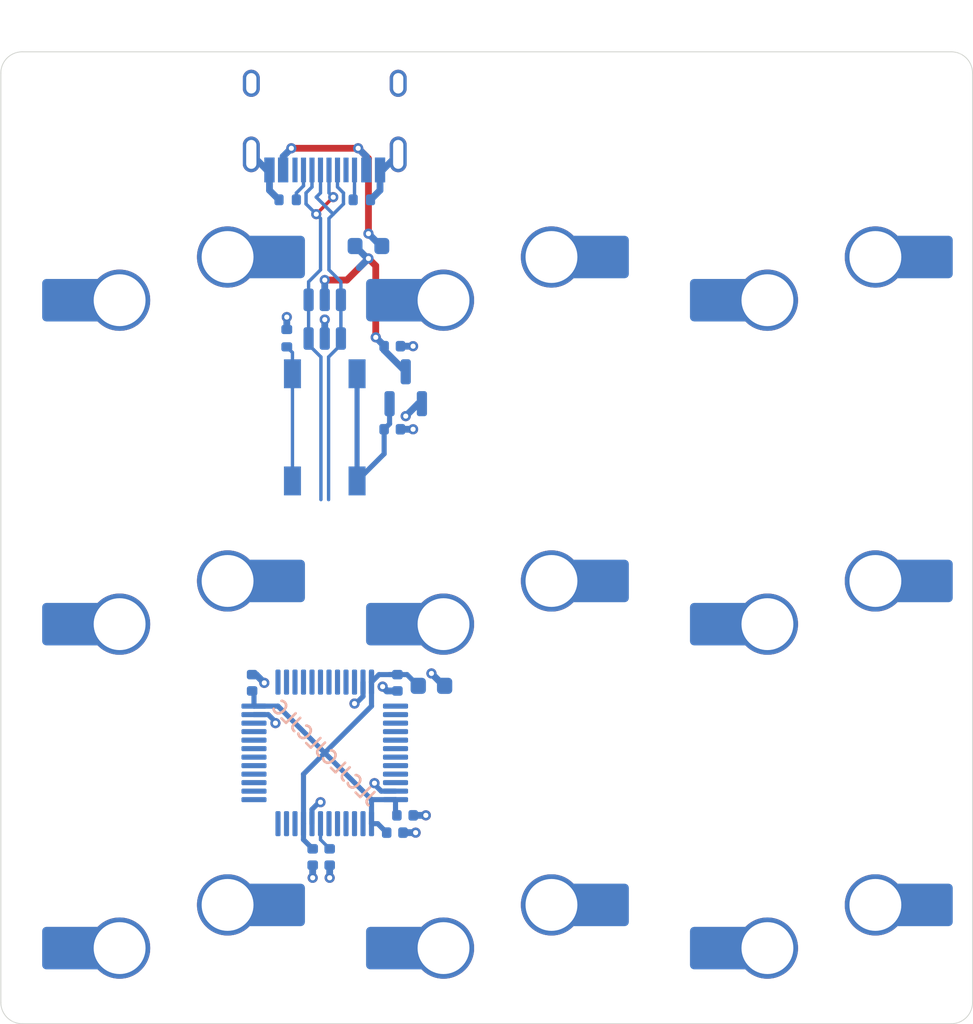
<source format=kicad_pcb>
(kicad_pcb (version 20240108) (generator "pcbnew") (generator_version "8.0")
  (layers (0 "F.Cu" signal) (31 "B.Cu" signal) (34 "B.Paste" user) (35 "F.Paste" user) (36 "B.SilkS" user "B.Silkscreen") (37 "F.SilkS" user "F.Silkscreen") (38 "B.Mask" user) (39 "F.Mask" user) (44 "Edge.Cuts" user))
  (net 0 "")
  (net 1 "GND")
  (net 2 "+3.3V")
  (net 3 "Net-(U1-NRST)")
  (net 4 "+5V")
  (net 5 "VBUS")
  (net 6 "D+")
  (net 7 "Net-(J1-CC1)")
  (net 8 "D-")
  (net 9 "Net-(J1-CC2)")
  (net 10 "BOOT0")
  (net 11 "B14")
  (net 12 "A4")
  (net 13 "A8")
  (net 14 "B8")
  (net 15 "B4")
  (net 16 "B6")
  (net 17 "A0")
  (net 18 "A6")
  (net 19 "A7")
  (net 20 "B5")
  (net 21 "F0")
  (net 22 "B9")
  (net 23 "B7")
  (net 24 "A13")
  (net 25 "B2")
  (net 26 "B3")
  (net 27 "A9")
  (net 28 "B11")
  (net 29 "B1")
  (net 30 "A14")
  (net 31 "A2")
  (net 32 "A1")
  (net 33 "A3")
  (net 34 "A10")
  (net 35 "A15")
  (net 36 "A5")
  (net 37 "F1")
  (net 38 "B0")
  (net 39 "B12")
  (net 40 "B13")
  (net 41 "B10")
  (net 42 "C15")
  (net 43 "C14")
  (net 44 "C13")
  (net 45 "B15")
  (net 46 "Net-(D1-A)")
  (net 47 "Net-(D2-A)")
  (net 48 "Net-(D3-A)")
  (net 49 "Net-(D4-A)")
  (net 50 "Net-(D5-A)")
  (net 51 "Net-(D6-A)")
  (net 52 "Net-(S1-Pad1)")
  (net 53 "Net-(S2-Pad1)")
  (net 54 "Net-(S3-Pad1)")
  (footprint "ScottoKeebs_Components:Resistor_0402" (layer "B.Cu") (at 432.447448 42.737525)
    (property "Reference" "R3" (hide yes))
    (property "Value" "5.1k" (hide yes))
    (pad "1" smd roundrect (at -0.51 0) (size 0.54 0.64) (layers "B.Cu" "B.Paste" "B.Mask") (net 9 "Net-(J1-CC2)"))
    (pad "2" smd roundrect (at 0.51 0) (size 0.54 0.64) (layers "B.Cu" "B.Paste" "B.Mask") (net 1 "GND"))
  )
  (footprint "ScottoKeebs_Components:Capacitor_0603" (layer "B.Cu") (at 436.542447 71.317522 180)
    (property "Reference" "C6" (hide yes))
    (property "Value" "10uf" (hide yes))
    (pad "1" smd roundrect (at -0.775 0.000002 180) (size 0.9 0.95) (layers "B.Cu" "B.Paste" "B.Mask") (net 1 "GND"))
    (pad "2" smd roundrect (at 0.775 -0.000002 180) (size 0.9 0.95) (layers "B.Cu" "B.Paste" "B.Mask") (net 2 "+3.3V"))
  )
  (footprint "ScottoKeebs_Components:Capacitor_0402" (layer "B.Cu") (at 425.994947 71.137523 -90)
    (property "Reference" "C3" (hide yes))
    (property "Value" "100nF")
    (pad "1" smd roundrect (at -0.48 0.000001 270) (size 0.56 0.62) (layers "B.Cu" "B.Paste" "B.Mask") (net 1 "GND"))
    (pad "2" smd roundrect (at 0.48 -0.000001 270) (size 0.56 0.62) (layers "B.Cu" "B.Paste" "B.Mask") (net 2 "+3.3V"))
  )
  (footprint "ScottoKeebs_Components:Capacitor_0402" (layer "B.Cu") (at 434.989948 78.932522 180)
    (property "Reference" "C5" (hide yes))
    (property "Value" "100nF")
    (pad "1" smd roundrect (at -0.48 -0.000001 180) (size 0.56 0.62) (layers "B.Cu" "B.Paste" "B.Mask") (net 1 "GND"))
    (pad "2" smd roundrect (at 0.48 0.000001 180) (size 0.56 0.62) (layers "B.Cu" "B.Paste" "B.Mask") (net 2 "+3.3V"))
  )
  (footprint "ScottoKeebs_Components:USB_C_HRO_TYPE-C-31-M-12" (layer "B.Cu") (at 430.267448 36.935023)
    (property "Reference" "J1" (hide yes))
    (property "Value" "USB_C")
    (pad "" np_thru_hole circle (at -2.89 2.6) (size 0.65 0.65) (drill 0.65) (layers "*.Cu" "*.Mask"))
    (pad "" np_thru_hole circle (at 2.89 2.6) (size 0.65 0.65) (drill 0.65) (layers "*.Cu" "*.Mask"))
    (pad "A1" smd rect (at -3.25 4.045) (size 0.6 1.45) (layers "B.Cu" "B.Paste" "B.Mask") (net 1 "GND"))
    (pad "A4" smd rect (at -2.45 4.045) (size 0.6 1.45) (layers "B.Cu" "B.Paste" "B.Mask") (net 5 "VBUS"))
    (pad "A5" smd rect (at -1.25 4.045) (size 0.3 1.45) (layers "B.Cu" "B.Paste" "B.Mask") (net 7 "Net-(J1-CC1)"))
    (pad "A6" smd rect (at -0.25 4.045) (size 0.3 1.45) (layers "B.Cu" "B.Paste" "B.Mask") (net 6 "D+"))
    (pad "A7" smd rect (at 0.25 4.045) (size 0.3 1.45) (layers "B.Cu" "B.Paste" "B.Mask") (net 8 "D-"))
    (pad "A8" smd rect (at 1.25 4.045) (size 0.3 1.45) (layers "B.Cu" "B.Paste" "B.Mask"))
    (pad "A9" smd rect (at 2.45 4.045) (size 0.6 1.45) (layers "B.Cu" "B.Paste" "B.Mask") (net 5 "VBUS"))
    (pad "A12" smd rect (at 3.25 4.045) (size 0.6 1.45) (layers "B.Cu" "B.Paste" "B.Mask") (net 1 "GND"))
    (pad "B1" smd rect (at 3.25 4.045) (size 0.6 1.45) (layers "B.Cu" "B.Paste" "B.Mask") (net 1 "GND"))
    (pad "B4" smd rect (at 2.45 4.045) (size 0.6 1.45) (layers "B.Cu" "B.Paste" "B.Mask") (net 5 "VBUS"))
    (pad "B5" smd rect (at 1.75 4.045) (size 0.3 1.45) (layers "B.Cu" "B.Paste" "B.Mask") (net 9 "Net-(J1-CC2)"))
    (pad "B6" smd rect (at 0.75 4.045) (size 0.3 1.45) (layers "B.Cu" "B.Paste" "B.Mask") (net 6 "D+"))
    (pad "B7" smd rect (at -0.75 4.045) (size 0.3 1.45) (layers "B.Cu" "B.Paste" "B.Mask") (net 8 "D-"))
    (pad "B8" smd rect (at -1.75 4.045) (size 0.3 1.45) (layers "B.Cu" "B.Paste" "B.Mask"))
    (pad "B9" smd rect (at -2.45 4.045) (size 0.6 1.45) (layers "B.Cu" "B.Paste" "B.Mask") (net 5 "VBUS"))
    (pad "B12" smd rect (at -3.25 4.045) (size 0.6 1.45) (layers "B.Cu" "B.Paste" "B.Mask") (net 1 "GND"))
    (pad "S1" thru_hole oval (at -4.32 -1.05) (size 1 1.6) (drill oval 0.6 1.2) (layers "*.Cu" "*.Mask") (net 1 "GND"))
    (pad "S1" thru_hole oval (at -4.32 3.13) (size 1 2.1) (drill oval 0.6 1.7) (layers "*.Cu" "*.Mask") (net 1 "GND"))
    (pad "S1" thru_hole oval (at 4.32 -1.05) (size 1 1.6) (drill oval 0.6 1.2) (layers "*.Cu" "*.Mask") (net 1 "GND"))
    (pad "S1" thru_hole oval (at 4.32 3.13) (size 1 2.1) (drill oval 0.6 1.7) (layers "*.Cu" "*.Mask") (net 1 "GND"))
  )
  (footprint "ScottoKeebs_Components:ESD_SOT-23-6" (layer "B.Cu") (at 430.267448 49.755023 90)
    (property "Reference" "U4" (hide yes))
    (property "Value" "USBLC6-2SC6" (hide yes))
    (pad "1" smd roundrect (at -1.1375 0.95 90) (size 1.325 0.6) (layers "B.Cu" "B.Paste" "B.Mask") (net 6 "D+"))
    (pad "2" smd roundrect (at -1.1375 0 90) (size 1.325 0.6) (layers "B.Cu" "B.Paste" "B.Mask") (net 1 "GND"))
    (pad "3" smd roundrect (at -1.1375 -0.95 90) (size 1.325 0.6) (layers "B.Cu" "B.Paste" "B.Mask") (net 8 "D-"))
    (pad "4" smd roundrect (at 1.1375 -0.95 90) (size 1.325 0.6) (layers "B.Cu" "B.Paste" "B.Mask") (net 8 "D-"))
    (pad "5" smd roundrect (at 1.1375 0 90) (size 1.325 0.6) (layers "B.Cu" "B.Paste" "B.Mask") (net 4 "+5V"))
    (pad "6" smd roundrect (at 1.1375 0.95 90) (size 1.325 0.6) (layers "B.Cu" "B.Paste" "B.Mask") (net 6 "D+"))
  )
  (footprint "ScottoKeebs_Components:Capacitor_0402" (layer "B.Cu") (at 434.539947 71.137522 90)
    (property "Reference" "C4" (hide yes))
    (property "Value" "100nF")
    (pad "1" smd roundrect (at -0.48 0.000001 90) (size 0.56 0.62) (layers "B.Cu" "B.Paste" "B.Mask") (net 1 "GND"))
    (pad "2" smd roundrect (at 0.48 -0.000001 90) (size 0.56 0.62) (layers "B.Cu" "B.Paste" "B.Mask") (net 2 "+3.3V"))
  )
  (footprint "ScottoKeebs_Scotto:MX_1.00u" (layer "B.Cu") (at 459.477448 47.370023 180)
    (property "Reference" "S3" (hide yes))
    (property "Value" "Keyswitch")
    (pad "" np_thru_hole circle (at -4.445 3.81) (size 1.75 1.75) (drill 1.75) (layers "F&B.Cu" "*.Mask") (clearance 0.1))
    (pad "" np_thru_hole circle (at 0.635 3.81) (size 4 4) (drill 4) (layers "*.Cu" "*.Mask"))
    (pad "" np_thru_hole circle (at 5.715 3.81) (size 1.75 1.75) (drill 1.75) (layers "*.Cu" "*.Mask"))
    (pad "1" smd roundrect (at -5.95 1.27) (size 3.55 2.5) (layers "B.Cu") (roundrect_rratio 0.1) (net 54 "Net-(S3-Pad1)"))
    (pad "1" thru_hole circle (at -3.175 1.27) (size 3.6 3.6) (drill 3.05) (layers "*.Cu" "*.Mask") (net 54 "Net-(S3-Pad1)"))
    (pad "2" thru_hole circle (at 3.175 -1.27) (size 3.6 3.6) (drill 3.05) (layers "*.Cu" "*.Mask") (net 48 "Net-(D3-A)"))
    (pad "2" smd roundrect (at 5.955 -1.27) (size 3.55 2.5) (layers "B.Cu") (roundrect_rratio 0.1) (net 48 "Net-(D3-A)"))
  )
  (footprint "ScottoKeebs_Components:Package_LQFP-48_7x7mm_P0.5" (layer "B.Cu") (at 430.267448 75.260023 90)
    (property "Reference" "U1" (hide yes))
    (property "Value" "STM32F072CBT6" (hide yes))
    (pad "1" smd roundrect (at -4.1625 2.75 90) (size 1.475 0.3) (layers "B.Cu" "B.Paste" "B.Mask") (net 2 "+3.3V"))
    (pad "2" smd roundrect (at -4.1625 2.25 90) (size 1.475 0.3) (layers "B.Cu" "B.Paste" "B.Mask") (net 44 "C13"))
    (pad "3" smd roundrect (at -4.1625 1.75 90) (size 1.475 0.3) (layers "B.Cu" "B.Paste" "B.Mask") (net 43 "C14"))
    (pad "4" smd roundrect (at -4.1625 1.25 90) (size 1.475 0.3) (layers "B.Cu" "B.Paste" "B.Mask") (net 42 "C15"))
    (pad "5" smd roundrect (at -4.1625 0.75 90) (size 1.475 0.3) (layers "B.Cu" "B.Paste" "B.Mask") (net 21 "F0"))
    (pad "6" smd roundrect (at -4.1625 0.25 90) (size 1.475 0.3) (layers "B.Cu" "B.Paste" "B.Mask") (net 37 "F1"))
    (pad "7" smd roundrect (at -4.1625 -0.25 90) (size 1.475 0.3) (layers "B.Cu" "B.Paste" "B.Mask") (net 3 "Net-(U1-NRST)"))
    (pad "8" smd roundrect (at -4.1625 -0.75 90) (size 1.475 0.3) (layers "B.Cu" "B.Paste" "B.Mask") (net 1 "GND"))
    (pad "9" smd roundrect (at -4.1625 -1.25 90) (size 1.475 0.3) (layers "B.Cu" "B.Paste" "B.Mask") (net 2 "+3.3V"))
    (pad "10" smd roundrect (at -4.1625 -1.75 90) (size 1.475 0.3) (layers "B.Cu" "B.Paste" "B.Mask") (net 17 "A0"))
    (pad "11" smd roundrect (at -4.1625 -2.25 90) (size 1.475 0.3) (layers "B.Cu" "B.Paste" "B.Mask") (net 32 "A1"))
    (pad "12" smd roundrect (at -4.1625 -2.75 90) (size 1.475 0.3) (layers "B.Cu" "B.Paste" "B.Mask") (net 31 "A2"))
    (pad "13" smd roundrect (at -2.75 -4.1625 90) (size 0.3 1.475) (layers "B.Cu" "B.Paste" "B.Mask") (net 33 "A3"))
    (pad "14" smd roundrect (at -2.25 -4.1625 90) (size 0.3 1.475) (layers "B.Cu" "B.Paste" "B.Mask") (net 12 "A4"))
    (pad "15" smd roundrect (at -1.75 -4.1625 90) (size 0.3 1.475) (layers "B.Cu" "B.Paste" "B.Mask") (net 36 "A5"))
    (pad "16" smd roundrect (at -1.25 -4.1625 90) (size 0.3 1.475) (layers "B.Cu" "B.Paste" "B.Mask") (net 18 "A6"))
    (pad "17" smd roundrect (at -0.75 -4.1625 90) (size 0.3 1.475) (layers "B.Cu" "B.Paste" "B.Mask") (net 19 "A7"))
    (pad "18" smd roundrect (at -0.25 -4.1625 90) (size 0.3 1.475) (layers "B.Cu" "B.Paste" "B.Mask") (net 38 "B0"))
    (pad "19" smd roundrect (at 0.25 -4.1625 90) (size 0.3 1.475) (layers "B.Cu" "B.Paste" "B.Mask") (net 29 "B1"))
    (pad "20" smd roundrect (at 0.75 -4.1625 90) (size 0.3 1.475) (layers "B.Cu" "B.Paste" "B.Mask") (net 25 "B2"))
    (pad "21" smd roundrect (at 1.25 -4.1625 90) (size 0.3 1.475) (layers "B.Cu" "B.Paste" "B.Mask") (net 41 "B10"))
    (pad "22" smd roundrect (at 1.75 -4.1625 90) (size 0.3 1.475) (layers "B.Cu" "B.Paste" "B.Mask") (net 28 "B11"))
    (pad "23" smd roundrect (at 2.25 -4.1625 90) (size 0.3 1.475) (layers "B.Cu" "B.Paste" "B.Mask") (net 1 "GND"))
    (pad "24" smd roundrect (at 2.75 -4.1625 90) (size 0.3 1.475) (layers "B.Cu" "B.Paste" "B.Mask") (net 2 "+3.3V"))
    (pad "25" smd roundrect (at 4.1625 -2.75 90) (size 1.475 0.3) (layers "B.Cu" "B.Paste" "B.Mask") (net 39 "B12"))
    (pad "26" smd roundrect (at 4.1625 -2.25 90) (size 1.475 0.3) (layers "B.Cu" "B.Paste" "B.Mask") (net 40 "B13"))
    (pad "27" smd roundrect (at 4.1625 -1.75 90) (size 1.475 0.3) (layers "B.Cu" "B.Paste" "B.Mask") (net 11 "B14"))
    (pad "28" smd roundrect (at 4.1625 -1.25 90) (size 1.475 0.3) (layers "B.Cu" "B.Paste" "B.Mask") (net 45 "B15"))
    (pad "29" smd roundrect (at 4.1625 -0.75 90) (size 1.475 0.3) (layers "B.Cu" "B.Paste" "B.Mask") (net 13 "A8"))
    (pad "30" smd roundrect (at 4.1625 -0.25 90) (size 1.475 0.3) (layers "B.Cu" "B.Paste" "B.Mask") (net 27 "A9"))
    (pad "31" smd roundrect (at 4.1625 0.25 90) (size 1.475 0.3) (layers "B.Cu" "B.Paste" "B.Mask") (net 34 "A10"))
    (pad "32" smd roundrect (at 4.1625 0.75 90) (size 1.475 0.3) (layers "B.Cu" "B.Paste" "B.Mask") (net 8 "D-"))
    (pad "33" smd roundrect (at 4.1625 1.25 90) (size 1.475 0.3) (layers "B.Cu" "B.Paste" "B.Mask") (net 6 "D+"))
    (pad "34" smd roundrect (at 4.1625 1.75 90) (size 1.475 0.3) (layers "B.Cu" "B.Paste" "B.Mask") (net 24 "A13"))
    (pad "35" smd roundrect (at 4.1625 2.25 90) (size 1.475 0.3) (layers "B.Cu" "B.Paste" "B.Mask") (net 1 "GND"))
    (pad "36" smd roundrect (at 4.1625 2.75 90) (size 1.475 0.3) (layers "B.Cu" "B.Paste" "B.Mask") (net 2 "+3.3V"))
    (pad "37" smd roundrect (at 2.75 4.1625 90) (size 0.3 1.475) (layers "B.Cu" "B.Paste" "B.Mask") (net 30 "A14"))
    (pad "38" smd roundrect (at 2.25 4.1625 90) (size 0.3 1.475) (layers "B.Cu" "B.Paste" "B.Mask") (net 35 "A15"))
    (pad "39" smd roundrect (at 1.75 4.1625 90) (size 0.3 1.475) (layers "B.Cu" "B.Paste" "B.Mask") (net 26 "B3"))
    (pad "40" smd roundrect (at 1.25 4.1625 90) (size 0.3 1.475) (layers "B.Cu" "B.Paste" "B.Mask") (net 15 "B4"))
    (pad "41" smd roundrect (at 0.75 4.1625 90) (size 0.3 1.475) (layers "B.Cu" "B.Paste" "B.Mask") (net 20 "B5"))
    (pad "42" smd roundrect (at 0.25 4.1625 90) (size 0.3 1.475) (layers "B.Cu" "B.Paste" "B.Mask") (net 16 "B6"))
    (pad "43" smd roundrect (at -0.25 4.1625 90) (size 0.3 1.475) (layers "B.Cu" "B.Paste" "B.Mask") (net 23 "B7"))
    (pad "44" smd roundrect (at -0.75 4.1625 90) (size 0.3 1.475) (layers "B.Cu" "B.Paste" "B.Mask") (net 10 "BOOT0"))
    (pad "45" smd roundrect (at -1.25 4.1625 90) (size 0.3 1.475) (layers "B.Cu" "B.Paste" "B.Mask") (net 14 "B8"))
    (pad "46" smd roundrect (at -1.75 4.1625 90) (size 0.3 1.475) (layers "B.Cu" "B.Paste" "B.Mask") (net 22 "B9"))
    (pad "47" smd roundrect (at -2.25 4.1625 90) (size 0.3 1.475) (layers "B.Cu" "B.Paste" "B.Mask") (net 1 "GND"))
    (pad "48" smd roundrect (at -2.75 4.1625 90) (size 0.3 1.475) (layers "B.Cu" "B.Paste" "B.Mask") (net 2 "+3.3V"))
  )
  (footprint "ScottoKeebs_Components:Capacitor_0402" (layer "B.Cu") (at 434.239949 51.345025)
    (property "Reference" "C8" (hide yes))
    (property "Value" "1uF")
    (pad "1" smd roundrect (at -0.479998 0.000002) (size 0.56 0.62) (layers "B.Cu" "B.Paste" "B.Mask") (net 4 "+5V"))
    (pad "2" smd roundrect (at 0.479998 -0.000002) (size 0.56 0.62) (layers "B.Cu" "B.Paste" "B.Mask") (net 1 "GND"))
  )
  (footprint "ScottoKeebs_Scotto:MX_1.00u" (layer "B.Cu") (at 421.377448 85.470023 180)
    (property "Reference" "S4" (hide yes))
    (property "Value" "Keyswitch")
    (pad "" np_thru_hole circle (at -4.445 3.81) (size 1.75 1.75) (drill 1.75) (layers "F&B.Cu" "*.Mask") (clearance 0.1))
    (pad "" np_thru_hole circle (at 0.635 3.81) (size 4 4) (drill 4) (layers "*.Cu" "*.Mask"))
    (pad "" np_thru_hole circle (at 5.715 3.81) (size 1.75 1.75) (drill 1.75) (layers "*.Cu" "*.Mask"))
    (pad "1" smd roundrect (at -5.95 1.27) (size 3.55 2.5) (layers "B.Cu") (roundrect_rratio 0.1))
    (pad "1" thru_hole circle (at -3.175 1.27) (size 3.6 3.6) (drill 3.05) (layers "*.Cu" "*.Mask"))
    (pad "2" thru_hole circle (at 3.175 -1.27) (size 3.6 3.6) (drill 3.05) (layers "*.Cu" "*.Mask"))
    (pad "2" smd roundrect (at 5.955 -1.27) (size 3.55 2.5) (layers "B.Cu") (roundrect_rratio 0.1))
  )
  (footprint "ScottoKeebs_Components:Capacitor_0402" (layer "B.Cu") (at 434.389949 79.950024 180)
    (property "Reference" "C1" (hide yes))
    (property "Value" "100nF")
    (pad "1" smd roundrect (at -0.48 -0.000001 180) (size 0.56 0.62) (layers "B.Cu" "B.Paste" "B.Mask") (net 1 "GND"))
    (pad "2" smd roundrect (at 0.48 0.000001 180) (size 0.56 0.62) (layers "B.Cu" "B.Paste" "B.Mask") (net 2 "+3.3V"))
  )
  (footprint "ScottoKeebs_Scotto:MX_1.00u" (layer "B.Cu") (at 440.427448 47.370023 180)
    (property "Reference" "S2" (hide yes))
    (property "Value" "Keyswitch")
    (pad "" np_thru_hole circle (at -4.445 3.81) (size 1.75 1.75) (drill 1.75) (layers "F&B.Cu" "*.Mask") (clearance 0.1))
    (pad "" np_thru_hole circle (at 0.635 3.81) (size 4 4) (drill 4) (layers "*.Cu" "*.Mask"))
    (pad "" np_thru_hole circle (at 5.715 3.81) (size 1.75 1.75) (drill 1.75) (layers "*.Cu" "*.Mask"))
    (pad "1" smd roundrect (at -5.95 1.27) (size 3.55 2.5) (layers "B.Cu") (roundrect_rratio 0.1) (net 53 "Net-(S2-Pad1)"))
    (pad "1" thru_hole circle (at -3.175 1.27) (size 3.6 3.6) (drill 3.05) (layers "*.Cu" "*.Mask") (net 53 "Net-(S2-Pad1)"))
    (pad "2" thru_hole circle (at 3.175 -1.27) (size 3.6 3.6) (drill 3.05) (layers "*.Cu" "*.Mask") (net 47 "Net-(D2-A)"))
    (pad "2" smd roundrect (at 5.955 -1.27) (size 3.55 2.5) (layers "B.Cu") (roundrect_rratio 0.1) (net 47 "Net-(D2-A)"))
  )
  (footprint "ScottoKeebs_Components:Capacitor_0402" (layer "B.Cu") (at 429.557447 81.382523 90)
    (property "Reference" "C2" (hide yes))
    (property "Value" "100nF")
    (pad "1" smd roundrect (at -0.48 -0.000001 90) (size 0.56 0.62) (layers "B.Cu" "B.Paste" "B.Mask") (net 1 "GND"))
    (pad "2" smd roundrect (at 0.48 0.000001 90) (size 0.56 0.62) (layers "B.Cu" "B.Paste" "B.Mask") (net 2 "+3.3V"))
  )
  (footprint "ScottoKeebs_Components:Resistor_0402" (layer "B.Cu") (at 428.087448 42.737525 180)
    (property "Reference" "R2" (hide yes))
    (property "Value" "5.1k" (hide yes))
    (pad "1" smd roundrect (at -0.51 0 180) (size 0.54 0.64) (layers "B.Cu" "B.Paste" "B.Mask") (net 7 "Net-(J1-CC1)"))
    (pad "2" smd roundrect (at 0.51 0 180) (size 0.54 0.64) (layers "B.Cu" "B.Paste" "B.Mask") (net 1 "GND"))
  )
  (footprint "ScottoKeebs_Scotto:MX_1.00u" (layer "B.Cu") (at 459.477448 85.470023 180)
    (property "Reference" "S6" (hide yes))
    (property "Value" "Keyswitch")
    (pad "" np_thru_hole circle (at -4.445 3.81) (size 1.75 1.75) (drill 1.75) (layers "F&B.Cu" "*.Mask") (clearance 0.1))
    (pad "" np_thru_hole circle (at 0.635 3.81) (size 4 4) (drill 4) (layers "*.Cu" "*.Mask"))
    (pad "" np_thru_hole circle (at 5.715 3.81) (size 1.75 1.75) (drill 1.75) (layers "*.Cu" "*.Mask"))
    (pad "1" smd roundrect (at -5.95 1.27) (size 3.55 2.5) (layers "B.Cu") (roundrect_rratio 0.1))
    (pad "1" thru_hole circle (at -3.175 1.27) (size 3.6 3.6) (drill 3.05) (layers "*.Cu" "*.Mask"))
    (pad "2" thru_hole circle (at 3.175 -1.27) (size 3.6 3.6) (drill 3.05) (layers "*.Cu" "*.Mask"))
    (pad "2" smd roundrect (at 5.955 -1.27) (size 3.55 2.5) (layers "B.Cu") (roundrect_rratio 0.1))
  )
  (footprint "ScottoKeebs_Components:Capacitor_0402" (layer "B.Cu") (at 430.557447 81.382523 -90)
    (property "Reference" "C7" (hide yes))
    (property "Value" "100nf")
    (pad "1" smd roundrect (at -0.48 -0.000001 270) (size 0.56 0.62) (layers "B.Cu" "B.Paste" "B.Mask") (net 3 "Net-(U1-NRST)"))
    (pad "2" smd roundrect (at 0.48 0.000001 270) (size 0.56 0.62) (layers "B.Cu" "B.Paste" "B.Mask") (net 1 "GND"))
  )
  (footprint "ScottoKeebs_Scotto:MX_1.00u" (layer "B.Cu") (at 421.377448 66.420023 180)
    (property "Reference" "S4" (hide yes))
    (property "Value" "Keyswitch")
    (pad "" np_thru_hole circle (at -4.445 3.81) (size 1.75 1.75) (drill 1.75) (layers "F&B.Cu" "*.Mask") (clearance 0.1))
    (pad "" np_thru_hole circle (at 0.635 3.81) (size 4 4) (drill 4) (layers "*.Cu" "*.Mask"))
    (pad "" np_thru_hole circle (at 5.715 3.81) (size 1.75 1.75) (drill 1.75) (layers "*.Cu" "*.Mask"))
    (pad "1" smd roundrect (at -5.95 1.27) (size 3.55 2.5) (layers "B.Cu") (roundrect_rratio 0.1) (net 52 "Net-(S1-Pad1)"))
    (pad "1" thru_hole circle (at -3.175 1.27) (size 3.6 3.6) (drill 3.05) (layers "*.Cu" "*.Mask") (net 52 "Net-(S1-Pad1)"))
    (pad "2" thru_hole circle (at 3.175 -1.27) (size 3.6 3.6) (drill 3.05) (layers "*.Cu" "*.Mask") (net 49 "Net-(D4-A)"))
    (pad "2" smd roundrect (at 5.955 -1.27) (size 3.55 2.5) (layers "B.Cu") (roundrect_rratio 0.1) (net 49 "Net-(D4-A)"))
  )
  (footprint "ScottoKeebs_Components:Voltage_SOT-23" (layer "B.Cu") (at 435.029948 53.787522 90)
    (property "Reference" "U3" (hide yes))
    (property "Value" "XC6206")
    (pad "1" smd roundrect (at -0.937501 0.949998 90) (size 1.475 0.6) (layers "B.Cu" "B.Paste" "B.Mask") (net 1 "GND"))
    (pad "2" smd roundrect (at -0.937501 -0.949998 90) (size 1.475 0.6) (layers "B.Cu" "B.Paste" "B.Mask") (net 2 "+3.3V"))
    (pad "3" smd roundrect (at 0.937499 -0.000001 90) (size 1.475 0.6) (layers "B.Cu" "B.Paste" "B.Mask") (net 4 "+5V"))
  )
  (footprint "ScottoKeebs_Components:Resistor_0402" (layer "B.Cu") (at 428.03495 50.875014 -90)
    (property "Reference" "R1" (hide yes))
    (property "Value" "10k" (hide yes))
    (pad "1" smd roundrect (at -0.51 0 270) (size 0.54 0.64) (layers "B.Cu" "B.Paste" "B.Mask") (net 1 "GND"))
    (pad "2" smd roundrect (at 0.51 0 270) (size 0.54 0.64) (layers "B.Cu" "B.Paste" "B.Mask") (net 10 "BOOT0"))
  )
  (footprint "ScottoKeebs_Scotto:MX_1.00u" (layer "B.Cu") (at 440.427448 66.420023 180)
    (property "Reference" "S5" (hide yes))
    (property "Value" "Keyswitch")
    (pad "" np_thru_hole circle (at -4.445 3.81) (size 1.75 1.75) (drill 1.75) (layers "F&B.Cu" "*.Mask") (clearance 0.1))
    (pad "" np_thru_hole circle (at 0.635 3.81) (size 4 4) (drill 4) (layers "*.Cu" "*.Mask"))
    (pad "" np_thru_hole circle (at 5.715 3.81) (size 1.75 1.75) (drill 1.75) (layers "*.Cu" "*.Mask"))
    (pad "1" smd roundrect (at -5.95 1.27) (size 3.55 2.5) (layers "B.Cu") (roundrect_rratio 0.1) (net 53 "Net-(S2-Pad1)"))
    (pad "1" thru_hole circle (at -3.175 1.27) (size 3.6 3.6) (drill 3.05) (layers "*.Cu" "*.Mask") (net 53 "Net-(S2-Pad1)"))
    (pad "2" thru_hole circle (at 3.175 -1.27) (size 3.6 3.6) (drill 3.05) (layers "*.Cu" "*.Mask") (net 50 "Net-(D5-A)"))
    (pad "2" smd roundrect (at 5.955 -1.27) (size 3.55 2.5) (layers "B.Cu") (roundrect_rratio 0.1) (net 50 "Net-(D5-A)"))
  )
  (footprint "ScottoKeebs_Components:Fuse_0603" (layer "B.Cu") (at 432.837448 45.456274 180)
    (property "Reference" "F1" (hide yes))
    (property "Value" "500mA" (hide yes))
    (pad "1" smd roundrect (at -0.7875 0 180) (size 0.875 0.95) (layers "B.Cu" "B.Paste" "B.Mask") (net 5 "VBUS"))
    (pad "2" smd roundrect (at 0.7875 0 180) (size 0.875 0.95) (layers "B.Cu" "B.Paste" "B.Mask") (net 4 "+5V"))
  )
  (footprint "ScottoKeebs_Components:Button_TL3342" (layer "B.Cu") (at 430.267447 56.117522 90)
    (property "Reference" "SW1" (hide yes))
    (property "Value" "SW_Push")
    (pad "1" smd rect (at -3.149999 1.900005 90) (size 1.7 1) (layers "B.Cu" "B.Paste" "B.Mask") (net 2 "+3.3V"))
    (pad "1" smd rect (at 3.150003 1.899996 90) (size 1.7 1) (layers "B.Cu" "B.Paste" "B.Mask") (net 2 "+3.3V"))
    (pad "2" smd rect (at -3.150003 -1.899996 90) (size 1.7 1) (layers "B.Cu" "B.Paste" "B.Mask") (net 10 "BOOT0"))
    (pad "2" smd rect (at 3.149999 -1.900005 90) (size 1.7 1) (layers "B.Cu" "B.Paste" "B.Mask") (net 10 "BOOT0"))
  )
  (footprint "ScottoKeebs_Scotto:MX_1.00u" (layer "B.Cu") (at 421.377448 47.370023 180)
    (property "Reference" "S1" (hide yes))
    (property "Value" "Keyswitch")
    (pad "" np_thru_hole circle (at -4.445 3.81) (size 1.75 1.75) (drill 1.75) (layers "F&B.Cu" "*.Mask") (clearance 0.1))
    (pad "" np_thru_hole circle (at 0.635 3.81) (size 4 4) (drill 4) (layers "*.Cu" "*.Mask"))
    (pad "" np_thru_hole circle (at 5.715 3.81) (size 1.75 1.75) (drill 1.75) (layers "*.Cu" "*.Mask"))
    (pad "1" smd roundrect (at -5.95 1.27) (size 3.55 2.5) (layers "B.Cu") (roundrect_rratio 0.1) (net 52 "Net-(S1-Pad1)"))
    (pad "1" thru_hole circle (at -3.175 1.27) (size 3.6 3.6) (drill 3.05) (layers "*.Cu" "*.Mask") (net 52 "Net-(S1-Pad1)"))
    (pad "2" thru_hole circle (at 3.175 -1.27) (size 3.6 3.6) (drill 3.05) (layers "*.Cu" "*.Mask") (net 46 "Net-(D1-A)"))
    (pad "2" smd roundrect (at 5.955 -1.27) (size 3.55 2.5) (layers "B.Cu") (roundrect_rratio 0.1) (net 46 "Net-(D1-A)"))
  )
  (footprint "ScottoKeebs_Scotto:MX_1.00u" (layer "B.Cu") (at 440.427448 85.470023 180)
    (property "Reference" "S4" (hide yes))
    (property "Value" "Keyswitch")
    (pad "" np_thru_hole circle (at -4.445 3.81) (size 1.75 1.75) (drill 1.75) (layers "F&B.Cu" "*.Mask") (clearance 0.1))
    (pad "" np_thru_hole circle (at 0.635 3.81) (size 4 4) (drill 4) (layers "*.Cu" "*.Mask"))
    (pad "" np_thru_hole circle (at 5.715 3.81) (size 1.75 1.75) (drill 1.75) (layers "*.Cu" "*.Mask"))
    (pad "1" smd roundrect (at -5.95 1.27) (size 3.55 2.5) (layers "B.Cu") (roundrect_rratio 0.1))
    (pad "1" thru_hole circle (at -3.175 1.27) (size 3.6 3.6) (drill 3.05) (layers "*.Cu" "*.Mask"))
    (pad "2" thru_hole circle (at 3.175 -1.27) (size 3.6 3.6) (drill 3.05) (layers "*.Cu" "*.Mask"))
    (pad "2" smd roundrect (at 5.955 -1.27) (size 3.55 2.5) (layers "B.Cu") (roundrect_rratio 0.1))
  )
  (footprint "ScottoKeebs_Components:Capacitor_0402" (layer "B.Cu") (at 434.239948 56.23003)
    (property "Reference" "C9" (hide yes))
    (property "Value" "1uF")
    (pad "1" smd roundrect (at -0.479997 -0.000001) (size 0.56 0.62) (layers "B.Cu" "B.Paste" "B.Mask") (net 2 "+3.3V"))
    (pad "2" smd roundrect (at 0.479997 0.000001) (size 0.56 0.62) (layers "B.Cu" "B.Paste" "B.Mask") (net 1 "GND"))
  )
  (footprint "ScottoKeebs_Scotto:MX_1.00u" (layer "B.Cu") (at 459.477448 66.420023 180)
    (property "Reference" "S6" (hide yes))
    (property "Value" "Keyswitch")
    (pad "" np_thru_hole circle (at -4.445 3.81) (size 1.75 1.75) (drill 1.75) (layers "F&B.Cu" "*.Mask") (clearance 0.1))
    (pad "" np_thru_hole circle (at 0.635 3.81) (size 4 4) (drill 4) (layers "*.Cu" "*.Mask"))
    (pad "" np_thru_hole circle (at 5.715 3.81) (size 1.75 1.75) (drill 1.75) (layers "*.Cu" "*.Mask"))
    (pad "1" smd roundrect (at -5.95 1.27) (size 3.55 2.5) (layers "B.Cu") (roundrect_rratio 0.1) (net 54 "Net-(S3-Pad1)"))
    (pad "1" thru_hole circle (at -3.175 1.27) (size 3.6 3.6) (drill 3.05) (layers "*.Cu" "*.Mask") (net 54 "Net-(S3-Pad1)"))
    (pad "2" thru_hole circle (at 3.175 -1.27) (size 3.6 3.6) (drill 3.05) (layers "*.Cu" "*.Mask") (net 51 "Net-(D6-A)"))
    (pad "2" smd roundrect (at 5.955 -1.27) (size 3.55 2.5) (layers "B.Cu") (roundrect_rratio 0.1) (net 51 "Net-(D6-A)"))
  )
  (gr_line (start 412.467448 34.035023) (end 467.117448 34.035023) (stroke (width 0.05)) (layer "Edge.Cuts"))
  (gr_arc (start 468.367448 89.935023) (mid 468.001326 90.818909) (end 467.117448 91.185023) (stroke (width 0.05)) (layer "Edge.Cuts"))
  (gr_line (start 468.367448 89.935023) (end 468.367448 35.285023) (stroke (width 0.05)) (layer "Edge.Cuts"))
  (gr_line (start 467.117448 91.185023) (end 412.467448 91.185023) (stroke (width 0.05)) (layer "Edge.Cuts"))
  (gr_line (start 411.217448 89.935023) (end 411.217448 35.285023) (stroke (width 0.05)) (layer "Edge.Cuts"))
  (gr_arc (start 412.467448 91.185023) (mid 411.583525 90.818925) (end 411.217448 89.935023) (stroke (width 0.05)) (layer "Edge.Cuts"))
  (gr_arc (start 467.117448 34.035023) (mid 468.001331 34.40114) (end 468.367448 35.285023) (stroke (width 0.05)) (layer "Edge.Cuts"))
  (gr_arc (start 411.217448 35.285023) (mid 411.583565 34.40114) (end 412.467448 34.035023) (stroke (width 0.05)) (layer "Edge.Cuts"))
  (gr_text "JLCJLCJLCJLC" (at 430.267448 75.260023 -45) (layer "B.SilkS") (effects (font (size 0.8 0.8)) (justify mirror)))
  (via (at 429.557446 82.605024) (size 0.6) (drill 0.3) (layers "F.Cu" "B.Cu") (net 1))
  (via (at 435.029948 55.457522) (size 0.6) (drill 0.3) (layers "F.Cu" "B.Cu") (net 1))
  (via (at 426.711312 71.143244) (size 0.6) (drill 0.3) (layers "F.Cu" "B.Cu") (net 1))
  (via (at 435.462448 56.230038) (size 0.6) (drill 0.3) (layers "F.Cu" "B.Cu") (net 1))
  (via (at 430.267448 49.780023) (size 0.6) (drill 0.3) (layers "F.Cu" "B.Cu") (net 1))
  (via (at 436.542447 70.587522) (size 0.6) (drill 0.3) (layers "F.Cu" "B.Cu") (net 1))
  (via (at 427.367448 73.510023) (size 0.6) (drill 0.3) (layers "F.Cu" "B.Cu") (net 1))
  (via (at 430.017448 78.160023) (size 0.6) (drill 0.3) (layers "F.Cu" "B.Cu") (net 1))
  (via (at 436.212448 78.932524) (size 0.6) (drill 0.3) (layers "F.Cu" "B.Cu") (net 1))
  (via (at 433.670818 71.363392) (size 0.6) (drill 0.3) (layers "F.Cu" "B.Cu") (net 1))
  (via (at 432.017448 72.360023) (size 0.6) (drill 0.3) (layers "F.Cu" "B.Cu") (net 1))
  (via (at 435.46245 51.345028) (size 0.6) (drill 0.3) (layers "F.Cu" "B.Cu") (net 1))
  (via (at 433.192449 77.040709) (size 0.6) (drill 0.3) (layers "F.Cu" "B.Cu") (net 1))
  (via (at 430.557446 82.605024) (size 0.6) (drill 0.3) (layers "F.Cu" "B.Cu") (net 1))
  (via (at 435.61245 79.950025) (size 0.6) (drill 0.3) (layers "F.Cu" "B.Cu") (net 1))
  (via (at 428.034954 49.632512) (size 0.6) (drill 0.3) (layers "F.Cu" "B.Cu") (net 1))
  (segment (start 433.924948 71.617522) (end 433.670818 71.363392) (width 0.4) (layer "B.Cu") (net 1))
  (segment (start 434.719947 56.230033) (end 435.462442 56.230032) (width 0.4) (layer "B.Cu") (net 1))
  (segment (start 427.367448 73.431903) (end 427.367448 73.510023) (width 0.3) (layer "B.Cu") (net 1))
  (segment (start 433.192449 77.113144) (end 433.192449 77.040709) (width 0.3) (layer "B.Cu") (net 1))
  (segment (start 433.589328 77.510023) (end 433.192449 77.113144) (width 0.3) (layer "B.Cu") (net 1))
  (segment (start 426.104948 73.010023) (end 426.945568 73.010023) (width 0.3) (layer "B.Cu") (net 1))
  (segment (start 435.462445 51.345023) (end 435.46245 51.345028) (width 0.4) (layer "B.Cu") (net 1))
  (segment (start 435.979946 54.725023) (end 435.762447 54.725023) (width 0.4) (layer "B.Cu") (net 1))
  (segment (start 437.272445 71.31752) (end 436.542447 70.587522) (width 0.4) (layer "B.Cu") (net 1))
  (segment (start 433.517448 42.177525) (end 432.957448 42.737525) (width 0.4) (layer "B.Cu") (net 1))
  (segment (start 430.557446 81.862523) (end 430.557446 82.605024) (width 0.4) (layer "B.Cu") (net 1))
  (segment (start 434.429948 77.510023) (end 433.589328 77.510023) (width 0.3) (layer "B.Cu") (net 1))
  (segment (start 434.719947 51.345023) (end 435.462445 51.345023) (width 0.4) (layer "B.Cu") (net 1))
  (segment (start 434.539948 71.617522) (end 433.924948 71.617522) (width 0.4) (layer "B.Cu") (net 1))
  (segment (start 427.017448 40.980023) (end 427.017448 42.177525) (width 0.4) (layer "B.Cu") (net 1))
  (segment (start 433.517448 40.980023) (end 433.672448 40.980023) (width 0.4) (layer "B.Cu") (net 1))
  (segment (start 433.517448 40.980023) (end 433.517448 42.177525) (width 0.4) (layer "B.Cu") (net 1))
  (segment (start 432.517448 71.938143) (end 432.095568 72.360023) (width 0.3) (layer "B.Cu") (net 1))
  (segment (start 435.979946 54.725023) (end 435.979946 54.95752) (width 0.4) (layer "B.Cu") (net 1))
  (segment (start 429.939328 78.160023) (end 430.017448 78.160023) (width 0.3) (layer "B.Cu") (net 1))
  (segment (start 433.672448 40.980023) (end 434.587448 40.065023) (width 0.4) (layer "B.Cu") (net 1))
  (segment (start 429.557446 81.862523) (end 429.557446 82.605024) (width 0.4) (layer "B.Cu") (net 1))
  (segment (start 426.945568 73.010023) (end 427.367448 73.431903) (width 0.3) (layer "B.Cu") (net 1))
  (segment (start 437.317447 71.31752) (end 437.272445 71.31752) (width 0.4) (layer "B.Cu") (net 1))
  (segment (start 432.517448 71.097523) (end 432.517448 71.938143) (width 0.3) (layer "B.Cu") (net 1))
  (segment (start 427.017448 40.980023) (end 426.862448 40.980023) (width 0.4) (layer "B.Cu") (net 1))
  (segment (start 429.517448 78.581903) (end 429.939328 78.160023) (width 0.3) (layer "B.Cu") (net 1))
  (segment (start 434.869949 79.950025) (end 435.61245 79.950025) (width 0.4) (layer "B.Cu") (net 1))
  (segment (start 435.469948 78.932523) (end 436.212448 78.932524) (width 0.4) (layer "B.Cu") (net 1))
  (segment (start 430.267448 50.892523) (end 430.267448 49.780023) (width 0.4) (layer "B.Cu") (net 1))
  (segment (start 426.862448 40.980023) (end 425.947448 40.065023) (width 0.4) (layer "B.Cu") (net 1))
  (segment (start 435.979946 54.725023) (end 435.979946 54.537525) (width 0.4) (layer "B.Cu") (net 1))
  (segment (start 426.225591 70.657523) (end 426.711312 71.143244) (width 0.4) (layer "B.Cu") (net 1))
  (segment (start 432.095568 72.360023) (end 432.017448 72.360023) (width 0.3) (layer "B.Cu") (net 1))
  (segment (start 427.017448 42.177525) (end 427.577448 42.737525) (width 0.4) (layer "B.Cu") (net 1))
  (segment (start 435.762447 54.725023) (end 435.029948 55.457522) (width 0.4) (layer "B.Cu") (net 1))
  (segment (start 428.03495 50.365014) (end 428.03495 49.632516) (width 0.4) (layer "B.Cu") (net 1))
  (segment (start 429.517448 79.422523) (end 429.517448 78.581903) (width 0.3) (layer "B.Cu") (net 1))
  (segment (start 425.994946 70.657523) (end 426.225591 70.657523) (width 0.4) (layer "B.Cu") (net 1))
  (segment (start 428.03495 49.632516) (end 428.034954 49.632512) (width 0.4) (layer "B.Cu") (net 1))
  (segment (start 435.462442 56.230032) (end 435.462448 56.230038) (width 0.4) (layer "B.Cu") (net 1))
  (segment (start 434.07995 54.725023) (end 434.07995 55.91003) (width 0.3) (layer "B.Cu") (net 2))
  (segment (start 433.017448 71.097523) (end 433.457449 70.657522) (width 0.3) (layer "B.Cu") (net 2))
  (segment (start 433.759951 57.675022) (end 432.167452 59.267521) (width 0.3) (layer "B.Cu") (net 2))
  (segment (start 433.382449 79.422523) (end 433.909949 79.950023) (width 0.3) (layer "B.Cu") (net 2))
  (segment (start 426.104948 72.510023) (end 427.517448 72.510023) (width 0.3) (layer "B.Cu") (net 2))
  (segment (start 434.429948 78.010023) (end 434.429948 78.852521) (width 0.3) (layer "B.Cu") (net 2))
  (segment (start 426.104948 71.727523) (end 425.994948 71.617523) (width 0.3) (layer "B.Cu") (net 2))
  (segment (start 432.167452 59.267521) (end 432.167452 59.517525) (width 0.3) (layer "B.Cu") (net 2))
  (segment (start 435.107445 70.657522) (end 434.539946 70.657522) (width 0.3) (layer "B.Cu") (net 2))
  (segment (start 429.017448 79.422523) (end 429.017448 76.510023) (width 0.3) (layer "B.Cu") (net 2))
  (segment (start 433.017448 71.097523) (end 433.017448 72.510023) (width 0.3) (layer "B.Cu") (net 2))
  (segment (start 433.017448 79.422523) (end 433.382449 79.422523) (width 0.3) (layer "B.Cu") (net 2))
  (segment (start 433.017448 72.510023) (end 430.267448 75.260023) (width 0.3) (layer "B.Cu") (net 2))
  (segment (start 433.017448 79.422523) (end 433.017448 78.010023) (width 0.3) (layer "B.Cu") (net 2))
  (segment (start 429.017448 79.422523) (end 429.017448 80.362523) (width 0.3) (layer "B.Cu") (net 2))
  (segment (start 426.104948 72.510023) (end 426.104948 71.727523) (width 0.3) (layer "B.Cu") (net 2))
  (segment (start 432.167452 52.967528) (end 432.167443 52.967519) (width 0.3) (layer "B.Cu") (net 2))
  (segment (start 435.767447 71.317524) (end 435.812445 71.317524) (width 0.3) (layer "B.Cu") (net 2))
  (segment (start 434.079959 54.725025) (end 434.079958 54.431455) (width 0.4) (layer "B.Cu") (net 2))
  (segment (start 433.017448 78.010023) (end 430.267448 75.260023) (width 0.3) (layer "B.Cu") (net 2))
  (segment (start 433.457449 70.657522) (end 434.539946 70.657522) (width 0.3) (layer "B.Cu") (net 2))
  (segment (start 434.07995 55.91003) (end 433.759951 56.230029) (width 0.3) (layer "B.Cu") (net 2))
  (segment (start 427.517448 72.510023) (end 430.267448 75.260023) (width 0.3) (layer "B.Cu") (net 2))
  (segment (start 434.429948 78.010023) (end 433.017448 78.010023) (width 0.3) (layer "B.Cu") (net 2))
  (segment (start 433.759951 56.230029) (end 433.759951 57.675022) (width 0.3) (layer "B.Cu") (net 2))
  (segment (start 432.167452 59.267521) (end 432.167452 52.967528) (width 0.3) (layer "B.Cu") (net 2))
  (segment (start 434.429948 78.852521) (end 434.509948 78.932521) (width 0.3) (layer "B.Cu") (net 2))
  (segment (start 434.539946 70.657522) (end 434.059491 70.657522) (width 0.3) (layer "B.Cu") (net 2))
  (segment (start 433.017448 71.097523) (end 433.017448 70.510023) (width 0.3) (layer "B.Cu") (net 2))
  (segment (start 429.017448 80.362523) (end 429.557448 80.902523) (width 0.3) (layer "B.Cu") (net 2))
  (segment (start 435.767447 71.317524) (end 435.107445 70.657522) (width 0.3) (layer "B.Cu") (net 2))
  (segment (start 429.017448 76.510023) (end 430.267448 75.260023) (width 0.3) (layer "B.Cu") (net 2))
  (segment (start 430.017448 79.422523) (end 430.017448 80.362523) (width 0.2) (layer "B.Cu") (net 3))
  (segment (start 430.017448 80.362523) (end 430.557448 80.902523) (width 0.2) (layer "B.Cu") (net 3))
  (segment (start 432.837448 46.186274) (end 433.267449 46.616275) (width 0.4) (layer "F.Cu") (net 4))
  (segment (start 433.267449 46.616275) (end 433.267449 50.822523) (width 0.4) (layer "F.Cu") (net 4))
  (segment (start 430.267448 47.455023) (end 431.568699 47.455023) (width 0.4) (layer "F.Cu") (net 4))
  (segment (start 431.568699 47.455023) (end 432.837448 46.186274) (width 0.4) (layer "F.Cu") (net 4))
  (via (at 430.267448 47.455023) (size 0.6) (drill 0.3) (layers "F.Cu" "B.Cu") (net 4))
  (via (at 433.267449 50.822523) (size 0.6) (drill 0.3) (layers "F.Cu" "B.Cu") (net 4))
  (via (at 432.837448 46.186274) (size 0.6) (drill 0.3) (layers "F.Cu" "B.Cu") (net 4))
  (segment (start 432.837448 46.186274) (end 432.297448 46.726274) (width 0.4) (layer "B.Cu") (net 4))
  (segment (start 432.779948 46.186274) (end 432.049948 45.456274) (width 0.4) (layer "B.Cu") (net 4))
  (segment (start 430.267448 48.617523) (end 430.267448 47.455023) (width 0.4) (layer "B.Cu") (net 4))
  (segment (start 433.759951 51.345027) (end 433.759951 51.315025) (width 0.4) (layer "B.Cu") (net 4))
  (segment (start 432.837448 46.186274) (end 432.779948 46.186274) (width 0.4) (layer "B.Cu") (net 4))
  (segment (start 435.029947 52.850023) (end 433.759951 51.580027) (width 0.4) (layer "B.Cu") (net 4))
  (segment (start 433.759951 51.315025) (end 433.267449 50.822523) (width 0.4) (layer "B.Cu") (net 4))
  (segment (start 433.759951 51.580027) (end 433.759951 51.345027) (width 0.4) (layer "B.Cu") (net 4))
  (segment (start 432.837448 44.726274) (end 432.837448 40.311039) (width 0.4) (layer "F.Cu") (net 5))
  (segment (start 432.837448 40.311039) (end 432.231432 39.705023) (width 0.4) (layer "F.Cu") (net 5))
  (segment (start 428.303464 39.705023) (end 432.231432 39.705023) (width 0.4) (layer "F.Cu") (net 5))
  (via (at 432.231432 39.705023) (size 0.6) (drill 0.3) (layers "F.Cu" "B.Cu") (net 5))
  (via (at 432.837448 44.726274) (size 0.6) (drill 0.3) (layers "F.Cu" "B.Cu") (net 5))
  (via (at 428.303464 39.705023) (size 0.6) (drill 0.3) (layers "F.Cu" "B.Cu") (net 5))
  (segment (start 433.624948 45.456274) (end 433.567448 45.456274) (width 0.4) (layer "B.Cu") (net 5))
  (segment (start 432.717448 40.191039) (end 432.717448 40.980023) (width 0.4) (layer "B.Cu") (net 5))
  (segment (start 432.231432 39.705023) (end 432.717448 40.191039) (width 0.4) (layer "B.Cu") (net 5))
  (segment (start 427.817448 40.191039) (end 428.303464 39.705023) (width 0.4) (layer "B.Cu") (net 5))
  (segment (start 427.817448 40.980023) (end 427.817448 40.191039) (width 0.4) (layer "B.Cu") (net 5))
  (segment (start 433.567448 45.456274) (end 432.837448 44.726274) (width 0.4) (layer "B.Cu") (net 5))
  (segment (start 431.217448 51.255023) (end 430.492448 51.980023) (width 0.2) (layer "B.Cu") (net 6))
  (segment (start 429.767448 42.580023) (end 430.767448 43.580023) (width 0.2) (layer "B.Cu") (net 6))
  (segment (start 430.017448 40.980023) (end 430.017448 42.330023) (width 0.2) (layer "B.Cu") (net 6))
  (segment (start 431.367448 42.980023) (end 430.767448 43.580023) (width 0.2) (layer "B.Cu") (net 6))
  (segment (start 431.217448 47.556494) (end 430.515977 46.855023) (width 0.2) (layer "B.Cu") (net 6))
  (segment (start 431.492447 71.072526) (end 431.517446 71.097527) (width 0.2) (layer "B.Cu") (net 6))
  (segment (start 430.492448 51.980023) (end 430.492448 60.367521) (width 0.2) (layer "B.Cu") (net 6))
  (segment (start 430.515977 43.831494) (end 430.767448 43.580023) (width 0.2) (layer "B.Cu") (net 6))
  (segment (start 431.217448 50.892523) (end 431.217448 51.255023) (width 0.2) (layer "B.Cu") (net 6))
  (segment (start 430.017448 42.330023) (end 429.767448 42.580023) (width 0.2) (layer "B.Cu") (net 6))
  (segment (start 431.017448 40.980023) (end 431.017448 41.981494) (width 0.2) (layer "B.Cu") (net 6))
  (segment (start 431.217448 48.617523) (end 431.217448 47.556494) (width 0.2) (layer "B.Cu") (net 6))
  (segment (start 431.017448 41.981494) (end 431.367448 42.331494) (width 0.2) (layer "B.Cu") (net 6))
  (segment (start 431.217448 48.617523) (end 431.217448 50.892523) (width 0.2) (layer "B.Cu") (net 6))
  (segment (start 431.367448 42.331494) (end 431.367448 42.980023) (width 0.2) (layer "B.Cu") (net 6))
  (segment (start 430.515977 46.855023) (end 430.515977 43.831494) (width 0.2) (layer "B.Cu") (net 6))
  (segment (start 429.017448 41.915808) (end 428.597448 42.335808) (width 0.2) (layer "B.Cu") (net 7))
  (segment (start 428.597448 42.335808) (end 428.597448 42.737525) (width 0.2) (layer "B.Cu") (net 7))
  (segment (start 429.017448 40.980023) (end 429.017448 41.915808) (width 0.2) (layer "B.Cu") (net 7))
  (segment (start 430.767448 42.580023) (end 429.767448 43.580023) (width 0.2) (layer "F.Cu") (net 8))
  (via (at 429.767448 43.580023) (size 0.6) (drill 0.3) (layers "F.Cu" "B.Cu") (net 8))
  (via (at 430.767448 42.580023) (size 0.6) (drill 0.3) (layers "F.Cu" "B.Cu") (net 8))
  (segment (start 429.317448 47.556494) (end 430.018919 46.855023) (width 0.2) (layer "B.Cu") (net 8))
  (segment (start 430.018919 43.831494) (end 429.767448 43.580023) (width 0.2) (layer "B.Cu") (net 8))
  (segment (start 431.042448 71.010024) (end 431.042447 71.01003) (width 0.2) (layer "B.Cu") (net 8))
  (segment (start 430.042448 51.980023) (end 430.042448 60.367521) (width 0.2) (layer "B.Cu") (net 8))
  (segment (start 430.517448 40.980023) (end 430.517448 42.330023) (width 0.2) (layer "B.Cu") (net 8))
  (segment (start 429.317448 50.892523) (end 429.317448 51.255023) (width 0.2) (layer "B.Cu") (net 8))
  (segment (start 429.317448 48.617523) (end 429.317448 47.556494) (width 0.2) (layer "B.Cu") (net 8))
  (segment (start 429.317448 51.255023) (end 430.042448 51.980023) (width 0.2) (layer "B.Cu") (net 8))
  (segment (start 429.167448 42.980023) (end 429.767448 43.580023) (width 0.2) (layer "B.Cu") (net 8))
  (segment (start 431.042445 71.072526) (end 431.01745 71.097525) (width 0.2) (layer "B.Cu") (net 8))
  (segment (start 430.517448 42.330023) (end 430.767448 42.580023) (width 0.2) (layer "B.Cu") (net 8))
  (segment (start 429.517448 41.981494) (end 429.167448 42.331494) (width 0.2) (layer "B.Cu") (net 8))
  (segment (start 429.167448 42.331494) (end 429.167448 42.980023) (width 0.2) (layer "B.Cu") (net 8))
  (segment (start 429.317448 48.617523) (end 429.317448 50.892523) (width 0.2) (layer "B.Cu") (net 8))
  (segment (start 429.517448 40.980023) (end 429.517448 41.981494) (width 0.2) (layer "B.Cu") (net 8))
  (segment (start 430.018919 46.855023) (end 430.018919 43.831494) (width 0.2) (layer "B.Cu") (net 8))
  (segment (start 431.042447 71.01003) (end 431.042445 71.072526) (width 0.2) (layer "B.Cu") (net 8))
  (segment (start 432.017448 40.980023) (end 432.017448 42.657525) (width 0.2) (layer "B.Cu") (net 9))
  (segment (start 432.017448 42.657525) (end 431.937448 42.737525) (width 0.2) (layer "B.Cu") (net 9))
  (segment (start 428.329947 59.305029) (end 428.367451 59.267525) (width 0.2) (layer "B.Cu") (net 10))
  (segment (start 428.027436 58.92751) (end 428.367451 59.267525) (width 0.2) (layer "B.Cu") (net 10))
  (segment (start 428.367451 59.267525) (end 428.367443 59.267525) (width 0.2) (layer "B.Cu") (net 10))
  (segment (start 428.367451 52.967532) (end 428.367442 52.967523) (width 0.2) (layer "B.Cu") (net 10))
  (segment (start 428.367442 51.717506) (end 428.03495 51.385014) (width 0.2) (layer "B.Cu") (net 10))
  (segment (start 428.367451 59.267525) (end 428.367451 52.967532) (width 0.2) (layer "B.Cu") (net 10))
  (segment (start 428.367442 52.967523) (end 428.367442 51.717506) (width 0.2) (layer "B.Cu") (net 10))
)
</source>
